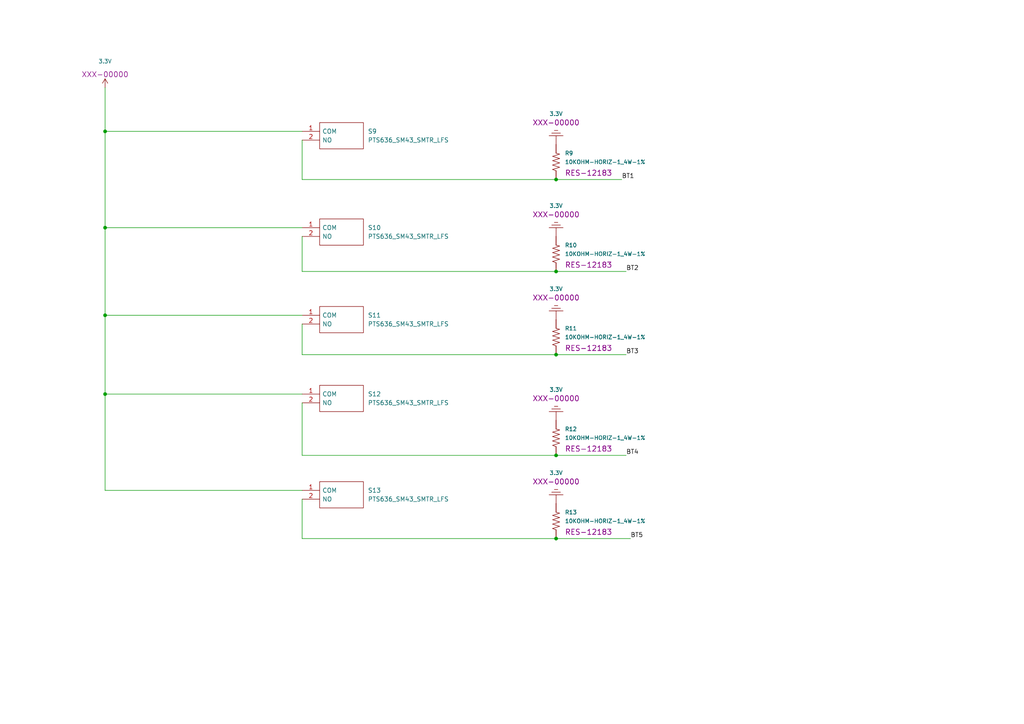
<source format=kicad_sch>
(kicad_sch (version 20211123) (generator eeschema)

  (uuid fc8b27df-f21e-4793-a36b-35ecefe9ec3f)

  (paper "A4")

  (lib_symbols
    (symbol "PTS636_SM43_SMTR_LFS:PTS636_SM43_SMTR_LFS" (pin_names (offset 0.762)) (in_bom yes) (on_board yes)
      (property "Reference" "S" (id 0) (at 19.05 7.62 0)
        (effects (font (size 1.27 1.27)) (justify left))
      )
      (property "Value" "PTS636_SM43_SMTR_LFS" (id 1) (at 19.05 5.08 0)
        (effects (font (size 1.27 1.27)) (justify left))
      )
      (property "Footprint" "PTS636SM43SMTRLFS" (id 2) (at 19.05 2.54 0)
        (effects (font (size 1.27 1.27)) (justify left) hide)
      )
      (property "Datasheet" "https://componentsearchengine.com/Datasheets/1/PTS636 SM43 SMTR LFS.pdf" (id 3) (at 19.05 0 0)
        (effects (font (size 1.27 1.27)) (justify left) hide)
      )
      (property "Description" "Tactile Switches Tact 50mA 12VDC, 6.0x3.5, 4.3mm H, 180gf, G leads, No ground pin, Black Actuator" (id 4) (at 19.05 -2.54 0)
        (effects (font (size 1.27 1.27)) (justify left) hide)
      )
      (property "Height" "4.5" (id 5) (at 19.05 -5.08 0)
        (effects (font (size 1.27 1.27)) (justify left) hide)
      )
      (property "Mouser Part Number" "611-PTS636SM43SMTRLF" (id 6) (at 19.05 -7.62 0)
        (effects (font (size 1.27 1.27)) (justify left) hide)
      )
      (property "Mouser Price/Stock" "https://www.mouser.co.uk/ProductDetail/CK/PTS636-SM43-SMTR-LFS?qs=vLWxofP3U2xu5raMGkTmHg%3D%3D" (id 7) (at 19.05 -10.16 0)
        (effects (font (size 1.27 1.27)) (justify left) hide)
      )
      (property "Manufacturer_Name" "C & K COMPONENTS" (id 8) (at 19.05 -12.7 0)
        (effects (font (size 1.27 1.27)) (justify left) hide)
      )
      (property "Manufacturer_Part_Number" "PTS636 SM43 SMTR LFS" (id 9) (at 19.05 -15.24 0)
        (effects (font (size 1.27 1.27)) (justify left) hide)
      )
      (property "ki_description" "Tactile Switches Tact 50mA 12VDC, 6.0x3.5, 4.3mm H, 180gf, G leads, No ground pin, Black Actuator" (id 10) (at 0 0 0)
        (effects (font (size 1.27 1.27)) hide)
      )
      (symbol "PTS636_SM43_SMTR_LFS_0_0"
        (pin passive line (at 0 0 0) (length 5.08)
          (name "COM" (effects (font (size 1.27 1.27))))
          (number "1" (effects (font (size 1.27 1.27))))
        )
        (pin passive line (at 0 -2.54 0) (length 5.08)
          (name "NO" (effects (font (size 1.27 1.27))))
          (number "2" (effects (font (size 1.27 1.27))))
        )
      )
      (symbol "PTS636_SM43_SMTR_LFS_0_1"
        (polyline
          (pts
            (xy 5.08 2.54)
            (xy 17.78 2.54)
            (xy 17.78 -5.08)
            (xy 5.08 -5.08)
            (xy 5.08 2.54)
          )
          (stroke (width 0.1524) (type default) (color 0 0 0 0))
          (fill (type none))
        )
      )
    )
    (symbol "SparkFun-PowerSymbols:3.3V" (power) (pin_numbers hide) (pin_names (offset 1.016) hide) (in_bom yes) (on_board yes)
      (property "Reference" "#SUPPLY" (id 0) (at 1.27 0 0)
        (effects (font (size 1.143 1.143)) (justify left bottom) hide)
      )
      (property "Value" "3.3V" (id 1) (at -1.27 3.81 0)
        (effects (font (size 1.143 1.143)) (justify left bottom))
      )
      (property "Footprint" "XXX-00000" (id 2) (at 0 7.62 0)
        (effects (font (size 1.524 1.524)))
      )
      (property "Datasheet" "" (id 3) (at 0 0 0)
        (effects (font (size 1.524 1.524)) hide)
      )
      (property "ki_locked" "" (id 4) (at 0 0 0)
        (effects (font (size 1.27 1.27)))
      )
      (property "ki_keywords" "PROD_ID:XXX-00000" (id 5) (at 0 0 0)
        (effects (font (size 1.27 1.27)) hide)
      )
      (property "ki_description" "3.3V Supply Symbol Power supply symbol for a specifically-stated 3.3V source." (id 6) (at 0 0 0)
        (effects (font (size 1.27 1.27)) hide)
      )
      (symbol "3.3V_1_0"
        (polyline
          (pts
            (xy 0 0)
            (xy 0 2.54)
          )
          (stroke (width 0) (type default) (color 0 0 0 0))
          (fill (type none))
        )
        (polyline
          (pts
            (xy 0 2.54)
            (xy -0.762 1.27)
          )
          (stroke (width 0) (type default) (color 0 0 0 0))
          (fill (type none))
        )
        (polyline
          (pts
            (xy 0.762 1.27)
            (xy 0 2.54)
          )
          (stroke (width 0) (type default) (color 0 0 0 0))
          (fill (type none))
        )
      )
      (symbol "3.3V_1_1"
        (pin power_in line (at 0 0 90) (length 0) hide
          (name "3.3V" (effects (font (size 1.016 1.016))))
          (number "~" (effects (font (size 1.016 1.016))))
        )
      )
    )
    (symbol "SparkFun-PowerSymbols:GND2" (power) (pin_numbers hide) (pin_names (offset 1.016) hide) (in_bom yes) (on_board yes)
      (property "Reference" "#GND" (id 0) (at 1.27 -1.27 0)
        (effects (font (size 1.143 1.143)) (justify left bottom) hide)
      )
      (property "Value" "GND2" (id 1) (at -2.286 -6.35 0)
        (effects (font (size 1.143 1.143)) (justify left bottom))
      )
      (property "Footprint" "XXX-00000" (id 2) (at 0 2.54 0)
        (effects (font (size 1.524 1.524)))
      )
      (property "Datasheet" "" (id 3) (at 0 -2.54 0)
        (effects (font (size 1.524 1.524)) hide)
      )
      (property "ki_locked" "" (id 4) (at 0 0 0)
        (effects (font (size 1.27 1.27)))
      )
      (property "ki_keywords" "PROD_ID:XXX-00000" (id 5) (at 0 0 0)
        (effects (font (size 1.27 1.27)) hide)
      )
      (property "ki_description" "Ground Supply (Earth Ground style) Ground supply with a traditional \"earth ground\" symbol." (id 6) (at 0 0 0)
        (effects (font (size 1.27 1.27)) hide)
      )
      (symbol "GND2_1_0"
        (polyline
          (pts
            (xy -2.032 -2.54)
            (xy 2.032 -2.54)
          )
          (stroke (width 0) (type default) (color 0 0 0 0))
          (fill (type none))
        )
        (polyline
          (pts
            (xy -1.27 -3.302)
            (xy 1.27 -3.302)
          )
          (stroke (width 0) (type default) (color 0 0 0 0))
          (fill (type none))
        )
        (polyline
          (pts
            (xy -0.508 -4.064)
            (xy 0.508 -4.064)
          )
          (stroke (width 0) (type default) (color 0 0 0 0))
          (fill (type none))
        )
        (polyline
          (pts
            (xy 0 0)
            (xy 0 -2.54)
          )
          (stroke (width 0) (type default) (color 0 0 0 0))
          (fill (type none))
        )
      )
      (symbol "GND2_1_1"
        (pin power_in line (at 0 0 270) (length 0) hide
          (name "3.3V" (effects (font (size 1.016 1.016))))
          (number "~" (effects (font (size 1.016 1.016))))
        )
      )
    )
    (symbol "SparkFun-Resistors:10KOHM-HORIZ-1_4W-1%" (pin_numbers hide) (pin_names (offset 1.016) hide) (in_bom yes) (on_board yes)
      (property "Reference" "R" (id 0) (at -5.08 1.27 0)
        (effects (font (size 1.143 1.143)) (justify left bottom))
      )
      (property "Value" "10KOHM-HORIZ-1_4W-1%" (id 1) (at -5.08 -3.81 0)
        (effects (font (size 1.143 1.143)) (justify left bottom))
      )
      (property "Footprint" "AXIAL-0.3" (id 2) (at 0 3.81 0)
        (effects (font (size 0.508 0.508)) hide)
      )
      (property "Datasheet" "" (id 3) (at 0 0 0)
        (effects (font (size 1.524 1.524)) hide)
      )
      (property "Field4" "RES-12183" (id 4) (at 0 5.08 0)
        (effects (font (size 1.524 1.524)))
      )
      (property "ki_locked" "" (id 5) (at 0 0 0)
        (effects (font (size 1.27 1.27)))
      )
      (property "ki_keywords" "PROD_ID:RES-12183" (id 6) (at 0 0 0)
        (effects (font (size 1.27 1.27)) hide)
      )
      (property "ki_description" "10k  resistor A resistor is a passive two-terminal electrical component that implements electrical resistance as a circuit element. Resistors act to reduce current flow, and, at the same time, act to lower voltage levels within circuits. - Wikipedia" (id 7) (at 0 0 0)
        (effects (font (size 1.27 1.27)) hide)
      )
      (property "ki_fp_filters" "*AXIAL-0.3* *AXIAL-0.3* *AXIAL-0.3* *AXIAL-0.3-KIT* *AXIAL-0.3-KIT* *AXIAL-0.3-KIT* *AXIAL-0.1* *AXIAL-0.1* *AXIAL-0.1* *AXIAL-0.1-KIT* *AXIAL-0.1-KIT* *AXIAL-0.1-KIT*" (id 8) (at 0 0 0)
        (effects (font (size 1.27 1.27)) hide)
      )
      (symbol "10KOHM-HORIZ-1_4W-1%_1_0"
        (polyline
          (pts
            (xy -2.54 0)
            (xy -2.159 1.016)
          )
          (stroke (width 0) (type default) (color 0 0 0 0))
          (fill (type none))
        )
        (polyline
          (pts
            (xy -2.159 1.016)
            (xy -1.524 -1.016)
          )
          (stroke (width 0) (type default) (color 0 0 0 0))
          (fill (type none))
        )
        (polyline
          (pts
            (xy -1.524 -1.016)
            (xy -0.889 1.016)
          )
          (stroke (width 0) (type default) (color 0 0 0 0))
          (fill (type none))
        )
        (polyline
          (pts
            (xy -0.889 1.016)
            (xy -0.254 -1.016)
          )
          (stroke (width 0) (type default) (color 0 0 0 0))
          (fill (type none))
        )
        (polyline
          (pts
            (xy -0.254 -1.016)
            (xy 0.381 1.016)
          )
          (stroke (width 0) (type default) (color 0 0 0 0))
          (fill (type none))
        )
        (polyline
          (pts
            (xy 0.381 1.016)
            (xy 1.016 -1.016)
          )
          (stroke (width 0) (type default) (color 0 0 0 0))
          (fill (type none))
        )
        (polyline
          (pts
            (xy 1.016 -1.016)
            (xy 1.651 1.016)
          )
          (stroke (width 0) (type default) (color 0 0 0 0))
          (fill (type none))
        )
        (polyline
          (pts
            (xy 1.651 1.016)
            (xy 2.286 -1.016)
          )
          (stroke (width 0) (type default) (color 0 0 0 0))
          (fill (type none))
        )
        (polyline
          (pts
            (xy 2.286 -1.016)
            (xy 2.54 0)
          )
          (stroke (width 0) (type default) (color 0 0 0 0))
          (fill (type none))
        )
      )
      (symbol "10KOHM-HORIZ-1_4W-1%_1_1"
        (pin passive line (at -5.08 0 0) (length 2.54)
          (name "1" (effects (font (size 1.016 1.016))))
          (number "P$1" (effects (font (size 1.016 1.016))))
        )
        (pin passive line (at 5.08 0 180) (length 2.54)
          (name "2" (effects (font (size 1.016 1.016))))
          (number "P$2" (effects (font (size 1.016 1.016))))
        )
      )
    )
  )

  (junction (at 161.29 78.74) (diameter 0) (color 0 0 0 0)
    (uuid 611b8faf-43cc-4237-8851-9ed38d321e6e)
  )
  (junction (at 161.29 102.87) (diameter 0) (color 0 0 0 0)
    (uuid 752e9b0c-a189-4d1c-b925-2ecb813c9a74)
  )
  (junction (at 30.48 38.1) (diameter 0) (color 0 0 0 0)
    (uuid 84e89e07-4d48-40d7-912c-e463f6308bc0)
  )
  (junction (at 161.29 132.08) (diameter 0) (color 0 0 0 0)
    (uuid 86d4843b-dec1-4f28-b1fa-636342399792)
  )
  (junction (at 30.48 66.04) (diameter 0) (color 0 0 0 0)
    (uuid 9c1b9ad2-f187-44c0-b261-669aace6ee47)
  )
  (junction (at 30.48 114.3) (diameter 0) (color 0 0 0 0)
    (uuid a5782321-f0aa-4d5d-bab1-2eefcab5545e)
  )
  (junction (at 161.29 52.07) (diameter 0) (color 0 0 0 0)
    (uuid a5fed922-4a0c-4dd5-b6c8-def75210ffb9)
  )
  (junction (at 30.48 91.44) (diameter 0) (color 0 0 0 0)
    (uuid be1949f9-042e-4abc-9c6b-f9c6d11a0fb8)
  )
  (junction (at 161.29 156.21) (diameter 0) (color 0 0 0 0)
    (uuid ed206134-fc8f-4122-8a0a-683e86f1307a)
  )

  (wire (pts (xy 161.29 78.74) (xy 181.61 78.74))
    (stroke (width 0) (type default) (color 0 0 0 0))
    (uuid 04b286f6-ca1d-4c98-b87b-bce05a9b5fe9)
  )
  (wire (pts (xy 87.63 66.04) (xy 30.48 66.04))
    (stroke (width 0) (type default) (color 0 0 0 0))
    (uuid 122264e2-d656-45ca-b2ee-1fe57cef5954)
  )
  (wire (pts (xy 87.63 132.08) (xy 161.29 132.08))
    (stroke (width 0) (type default) (color 0 0 0 0))
    (uuid 15b5e870-ca35-486d-8a44-a52398d0711f)
  )
  (wire (pts (xy 161.29 156.21) (xy 182.88 156.21))
    (stroke (width 0) (type default) (color 0 0 0 0))
    (uuid 1e93299c-600f-4bb7-9599-6fb1a0832bc9)
  )
  (wire (pts (xy 87.63 40.64) (xy 87.63 52.07))
    (stroke (width 0) (type default) (color 0 0 0 0))
    (uuid 22474b78-a965-4393-9868-1e0a94fe4732)
  )
  (wire (pts (xy 161.29 52.07) (xy 180.34 52.07))
    (stroke (width 0) (type default) (color 0 0 0 0))
    (uuid 3660b00e-d663-4be7-95f2-e36109c8babe)
  )
  (wire (pts (xy 87.63 114.3) (xy 30.48 114.3))
    (stroke (width 0) (type default) (color 0 0 0 0))
    (uuid 3bf50600-b65e-4921-a093-92263f34d3e8)
  )
  (wire (pts (xy 87.63 116.84) (xy 87.63 132.08))
    (stroke (width 0) (type default) (color 0 0 0 0))
    (uuid 4616cb83-541a-45bf-a862-1c9d3911e6f3)
  )
  (wire (pts (xy 30.48 66.04) (xy 30.48 91.44))
    (stroke (width 0) (type default) (color 0 0 0 0))
    (uuid 69839b91-c390-4541-afa9-175fb2bc2bf0)
  )
  (wire (pts (xy 87.63 91.44) (xy 30.48 91.44))
    (stroke (width 0) (type default) (color 0 0 0 0))
    (uuid 6e94db64-eb17-493d-be8b-c0423270a1b0)
  )
  (wire (pts (xy 87.63 52.07) (xy 161.29 52.07))
    (stroke (width 0) (type default) (color 0 0 0 0))
    (uuid 7291f4d0-cdf9-4805-815c-337d3caea517)
  )
  (wire (pts (xy 87.63 156.21) (xy 161.29 156.21))
    (stroke (width 0) (type default) (color 0 0 0 0))
    (uuid 755249b1-3d0c-46bc-a8f1-fcf8d7b4b938)
  )
  (wire (pts (xy 87.63 78.74) (xy 161.29 78.74))
    (stroke (width 0) (type default) (color 0 0 0 0))
    (uuid 757c6828-b423-4ed6-9208-9b34a847f34e)
  )
  (wire (pts (xy 30.48 38.1) (xy 87.63 38.1))
    (stroke (width 0) (type default) (color 0 0 0 0))
    (uuid 77b71c69-ea4b-47e4-af20-6c5a0e1a7b26)
  )
  (wire (pts (xy 30.48 142.24) (xy 30.48 114.3))
    (stroke (width 0) (type default) (color 0 0 0 0))
    (uuid 7c0e6d03-e567-4a03-b99d-c959621453b8)
  )
  (wire (pts (xy 87.63 142.24) (xy 30.48 142.24))
    (stroke (width 0) (type default) (color 0 0 0 0))
    (uuid 7da1c606-f195-4aec-b7b4-296c0b318dd3)
  )
  (wire (pts (xy 87.63 102.87) (xy 161.29 102.87))
    (stroke (width 0) (type default) (color 0 0 0 0))
    (uuid 82ccfbe5-4c17-4948-a06b-e4f3b7076035)
  )
  (wire (pts (xy 87.63 93.98) (xy 87.63 102.87))
    (stroke (width 0) (type default) (color 0 0 0 0))
    (uuid 85df2beb-6975-4c2c-a987-8bf9837999fa)
  )
  (wire (pts (xy 87.63 68.58) (xy 87.63 78.74))
    (stroke (width 0) (type default) (color 0 0 0 0))
    (uuid 8d3938ce-3e6b-448d-a1d9-b89612b790c8)
  )
  (wire (pts (xy 161.29 102.87) (xy 181.61 102.87))
    (stroke (width 0) (type default) (color 0 0 0 0))
    (uuid a78d3571-775f-478e-a142-58764f934b37)
  )
  (wire (pts (xy 30.48 25.4) (xy 30.48 38.1))
    (stroke (width 0) (type default) (color 0 0 0 0))
    (uuid bdc2bc31-7742-4681-aa4a-92dd1afe7736)
  )
  (wire (pts (xy 30.48 114.3) (xy 30.48 91.44))
    (stroke (width 0) (type default) (color 0 0 0 0))
    (uuid c508af40-e603-44db-b1b5-eb5c552f0472)
  )
  (wire (pts (xy 30.48 38.1) (xy 30.48 66.04))
    (stroke (width 0) (type default) (color 0 0 0 0))
    (uuid c8b91c08-2ebe-4554-9e74-dd11bafc6df2)
  )
  (wire (pts (xy 161.29 132.08) (xy 181.61 132.08))
    (stroke (width 0) (type default) (color 0 0 0 0))
    (uuid e2e9f1e7-f164-4699-a6e8-4cfce565e0ec)
  )
  (wire (pts (xy 87.63 144.78) (xy 87.63 156.21))
    (stroke (width 0) (type default) (color 0 0 0 0))
    (uuid f7a50387-12aa-49ba-bab9-e6e6d04f169b)
  )

  (label "BT1" (at 180.34 52.07 0)
    (effects (font (size 1.27 1.27)) (justify left bottom))
    (uuid 1d26146f-1cf7-46ed-a5c3-5d97cf3a775c)
  )
  (label "BT3" (at 181.61 102.87 0)
    (effects (font (size 1.27 1.27)) (justify left bottom))
    (uuid 3547970a-e89b-45f4-87eb-da7c51f3eff0)
  )
  (label "BT5" (at 182.88 156.21 0)
    (effects (font (size 1.27 1.27)) (justify left bottom))
    (uuid 6d0b9b4d-b26d-48ea-8da1-3b71c288ed7d)
  )
  (label "BT2" (at 181.61 78.74 0)
    (effects (font (size 1.27 1.27)) (justify left bottom))
    (uuid 9c29bc92-4f62-4b49-938e-07b944554e70)
  )
  (label "BT4" (at 181.61 132.08 0)
    (effects (font (size 1.27 1.27)) (justify left bottom))
    (uuid d15930eb-4484-4aeb-8012-9efb4b57f27d)
  )

  (symbol (lib_id "SparkFun-PowerSymbols:GND2") (at 161.29 41.91 180) (unit 1)
    (in_bom yes) (on_board yes) (fields_autoplaced)
    (uuid 1a080ef7-8395-491f-8d9d-52688f8d0c36)
    (property "Reference" "#GND?" (id 0) (at 160.02 40.64 0)
      (effects (font (size 1.143 1.143)) (justify left bottom) hide)
    )
    (property "Value" "GND2" (id 1) (at 161.29 33.02 0)
      (effects (font (size 1.143 1.143)))
    )
    (property "Footprint" "XXX-00000" (id 2) (at 161.29 35.56 0)
      (effects (font (size 1.524 1.524)))
    )
    (property "Datasheet" "" (id 3) (at 161.29 39.37 0)
      (effects (font (size 1.524 1.524)) hide)
    )
    (pin "~" (uuid 25220472-d3a8-4259-bec2-6b223dc7dda6))
  )

  (symbol (lib_id "PTS636_SM43_SMTR_LFS:PTS636_SM43_SMTR_LFS") (at 87.63 91.44 0) (unit 1)
    (in_bom yes) (on_board yes) (fields_autoplaced)
    (uuid 1bf986ee-c378-44a4-a0bf-c7b57bdbd660)
    (property "Reference" "S11" (id 0) (at 106.68 91.4399 0)
      (effects (font (size 1.27 1.27)) (justify left))
    )
    (property "Value" "PTS636_SM43_SMTR_LFS" (id 1) (at 106.68 93.9799 0)
      (effects (font (size 1.27 1.27)) (justify left))
    )
    (property "Footprint" "PTS636SM43SMTRLFS" (id 2) (at 106.68 88.9 0)
      (effects (font (size 1.27 1.27)) (justify left) hide)
    )
    (property "Datasheet" "https://componentsearchengine.com/Datasheets/1/PTS636 SM43 SMTR LFS.pdf" (id 3) (at 106.68 91.44 0)
      (effects (font (size 1.27 1.27)) (justify left) hide)
    )
    (property "Description" "Tactile Switches Tact 50mA 12VDC, 6.0x3.5, 4.3mm H, 180gf, G leads, No ground pin, Black Actuator" (id 4) (at 106.68 93.98 0)
      (effects (font (size 1.27 1.27)) (justify left) hide)
    )
    (property "Height" "4.5" (id 5) (at 106.68 96.52 0)
      (effects (font (size 1.27 1.27)) (justify left) hide)
    )
    (property "Mouser Part Number" "611-PTS636SM43SMTRLF" (id 6) (at 106.68 99.06 0)
      (effects (font (size 1.27 1.27)) (justify left) hide)
    )
    (property "Mouser Price/Stock" "https://www.mouser.co.uk/ProductDetail/CK/PTS636-SM43-SMTR-LFS?qs=vLWxofP3U2xu5raMGkTmHg%3D%3D" (id 7) (at 106.68 101.6 0)
      (effects (font (size 1.27 1.27)) (justify left) hide)
    )
    (property "Manufacturer_Name" "C & K COMPONENTS" (id 8) (at 106.68 104.14 0)
      (effects (font (size 1.27 1.27)) (justify left) hide)
    )
    (property "Manufacturer_Part_Number" "PTS636 SM43 SMTR LFS" (id 9) (at 106.68 106.68 0)
      (effects (font (size 1.27 1.27)) (justify left) hide)
    )
    (pin "1" (uuid a8cf59ec-f0f1-4b84-a2f2-ac43bfdd64b9))
    (pin "2" (uuid a682e374-e639-4b3b-9561-f2b3f0970602))
  )

  (symbol (lib_id "SparkFun-Resistors:10KOHM-HORIZ-1_4W-1%") (at 161.29 46.99 90) (unit 1)
    (in_bom yes) (on_board yes) (fields_autoplaced)
    (uuid 29a2a414-0db0-4c04-be96-c3f9ca2c2009)
    (property "Reference" "R9" (id 0) (at 163.83 44.45 90)
      (effects (font (size 1.143 1.143)) (justify right))
    )
    (property "Value" "10KOHM-HORIZ-1_4W-1%" (id 1) (at 163.83 46.99 90)
      (effects (font (size 1.143 1.143)) (justify right))
    )
    (property "Footprint" "AXIAL-0.3" (id 2) (at 157.48 46.99 0)
      (effects (font (size 0.508 0.508)) hide)
    )
    (property "Datasheet" "" (id 3) (at 161.29 46.99 0)
      (effects (font (size 1.524 1.524)) hide)
    )
    (property "Field4" "RES-12183" (id 4) (at 163.83 50.165 90)
      (effects (font (size 1.524 1.524)) (justify right))
    )
    (pin "P$1" (uuid a36e30a1-88ec-42eb-b8c2-40ab42cb301f))
    (pin "P$2" (uuid 2c4d2302-f450-4ffd-858f-fd16e1378ba2))
  )

  (symbol (lib_id "SparkFun-PowerSymbols:GND2") (at 161.29 92.71 180) (unit 1)
    (in_bom yes) (on_board yes) (fields_autoplaced)
    (uuid 4750d350-a75f-42b0-8bf8-251c647be5ea)
    (property "Reference" "#GND?" (id 0) (at 160.02 91.44 0)
      (effects (font (size 1.143 1.143)) (justify left bottom) hide)
    )
    (property "Value" "GND2" (id 1) (at 161.29 83.82 0)
      (effects (font (size 1.143 1.143)))
    )
    (property "Footprint" "XXX-00000" (id 2) (at 161.29 86.36 0)
      (effects (font (size 1.524 1.524)))
    )
    (property "Datasheet" "" (id 3) (at 161.29 90.17 0)
      (effects (font (size 1.524 1.524)) hide)
    )
    (pin "~" (uuid 69f03df7-e05b-44ab-abfe-d7be77014357))
  )

  (symbol (lib_id "PTS636_SM43_SMTR_LFS:PTS636_SM43_SMTR_LFS") (at 87.63 38.1 0) (unit 1)
    (in_bom yes) (on_board yes) (fields_autoplaced)
    (uuid 4d58363a-f969-4cc1-9e0c-022b5ebffb39)
    (property "Reference" "S9" (id 0) (at 106.68 38.0999 0)
      (effects (font (size 1.27 1.27)) (justify left))
    )
    (property "Value" "PTS636_SM43_SMTR_LFS" (id 1) (at 106.68 40.6399 0)
      (effects (font (size 1.27 1.27)) (justify left))
    )
    (property "Footprint" "PTS636SM43SMTRLFS" (id 2) (at 106.68 35.56 0)
      (effects (font (size 1.27 1.27)) (justify left) hide)
    )
    (property "Datasheet" "https://componentsearchengine.com/Datasheets/1/PTS636 SM43 SMTR LFS.pdf" (id 3) (at 106.68 38.1 0)
      (effects (font (size 1.27 1.27)) (justify left) hide)
    )
    (property "Description" "Tactile Switches Tact 50mA 12VDC, 6.0x3.5, 4.3mm H, 180gf, G leads, No ground pin, Black Actuator" (id 4) (at 106.68 40.64 0)
      (effects (font (size 1.27 1.27)) (justify left) hide)
    )
    (property "Height" "4.5" (id 5) (at 106.68 43.18 0)
      (effects (font (size 1.27 1.27)) (justify left) hide)
    )
    (property "Mouser Part Number" "611-PTS636SM43SMTRLF" (id 6) (at 106.68 45.72 0)
      (effects (font (size 1.27 1.27)) (justify left) hide)
    )
    (property "Mouser Price/Stock" "https://www.mouser.co.uk/ProductDetail/CK/PTS636-SM43-SMTR-LFS?qs=vLWxofP3U2xu5raMGkTmHg%3D%3D" (id 7) (at 106.68 48.26 0)
      (effects (font (size 1.27 1.27)) (justify left) hide)
    )
    (property "Manufacturer_Name" "C & K COMPONENTS" (id 8) (at 106.68 50.8 0)
      (effects (font (size 1.27 1.27)) (justify left) hide)
    )
    (property "Manufacturer_Part_Number" "PTS636 SM43 SMTR LFS" (id 9) (at 106.68 53.34 0)
      (effects (font (size 1.27 1.27)) (justify left) hide)
    )
    (pin "1" (uuid eec329a6-317b-4ff3-953b-f3dbb415bb4d))
    (pin "2" (uuid 39ee1897-e695-496b-8909-e53cfa724f31))
  )

  (symbol (lib_id "SparkFun-PowerSymbols:GND2") (at 161.29 68.58 180) (unit 1)
    (in_bom yes) (on_board yes) (fields_autoplaced)
    (uuid 59184059-6a6c-422a-89d5-36278e2bb7a8)
    (property "Reference" "#GND?" (id 0) (at 160.02 67.31 0)
      (effects (font (size 1.143 1.143)) (justify left bottom) hide)
    )
    (property "Value" "GND2" (id 1) (at 161.29 59.69 0)
      (effects (font (size 1.143 1.143)))
    )
    (property "Footprint" "XXX-00000" (id 2) (at 161.29 62.23 0)
      (effects (font (size 1.524 1.524)))
    )
    (property "Datasheet" "" (id 3) (at 161.29 66.04 0)
      (effects (font (size 1.524 1.524)) hide)
    )
    (pin "~" (uuid d28d732b-945a-42ee-a772-8c24cc8c0b05))
  )

  (symbol (lib_id "PTS636_SM43_SMTR_LFS:PTS636_SM43_SMTR_LFS") (at 87.63 114.3 0) (unit 1)
    (in_bom yes) (on_board yes) (fields_autoplaced)
    (uuid 732bdfd8-e916-46e3-a4ce-e57b175c7ed7)
    (property "Reference" "S12" (id 0) (at 106.68 114.2999 0)
      (effects (font (size 1.27 1.27)) (justify left))
    )
    (property "Value" "PTS636_SM43_SMTR_LFS" (id 1) (at 106.68 116.8399 0)
      (effects (font (size 1.27 1.27)) (justify left))
    )
    (property "Footprint" "PTS636SM43SMTRLFS" (id 2) (at 106.68 111.76 0)
      (effects (font (size 1.27 1.27)) (justify left) hide)
    )
    (property "Datasheet" "https://componentsearchengine.com/Datasheets/1/PTS636 SM43 SMTR LFS.pdf" (id 3) (at 106.68 114.3 0)
      (effects (font (size 1.27 1.27)) (justify left) hide)
    )
    (property "Description" "Tactile Switches Tact 50mA 12VDC, 6.0x3.5, 4.3mm H, 180gf, G leads, No ground pin, Black Actuator" (id 4) (at 106.68 116.84 0)
      (effects (font (size 1.27 1.27)) (justify left) hide)
    )
    (property "Height" "4.5" (id 5) (at 106.68 119.38 0)
      (effects (font (size 1.27 1.27)) (justify left) hide)
    )
    (property "Mouser Part Number" "611-PTS636SM43SMTRLF" (id 6) (at 106.68 121.92 0)
      (effects (font (size 1.27 1.27)) (justify left) hide)
    )
    (property "Mouser Price/Stock" "https://www.mouser.co.uk/ProductDetail/CK/PTS636-SM43-SMTR-LFS?qs=vLWxofP3U2xu5raMGkTmHg%3D%3D" (id 7) (at 106.68 124.46 0)
      (effects (font (size 1.27 1.27)) (justify left) hide)
    )
    (property "Manufacturer_Name" "C & K COMPONENTS" (id 8) (at 106.68 127 0)
      (effects (font (size 1.27 1.27)) (justify left) hide)
    )
    (property "Manufacturer_Part_Number" "PTS636 SM43 SMTR LFS" (id 9) (at 106.68 129.54 0)
      (effects (font (size 1.27 1.27)) (justify left) hide)
    )
    (pin "1" (uuid 5a6adf1b-87b4-4c24-87c2-88719090ed76))
    (pin "2" (uuid 5817abea-f837-4c2f-8d85-ab786e7b109f))
  )

  (symbol (lib_id "PTS636_SM43_SMTR_LFS:PTS636_SM43_SMTR_LFS") (at 87.63 66.04 0) (unit 1)
    (in_bom yes) (on_board yes) (fields_autoplaced)
    (uuid 840d48e6-f2f0-4eaa-81ae-84b76372b97c)
    (property "Reference" "S10" (id 0) (at 106.68 66.0399 0)
      (effects (font (size 1.27 1.27)) (justify left))
    )
    (property "Value" "PTS636_SM43_SMTR_LFS" (id 1) (at 106.68 68.5799 0)
      (effects (font (size 1.27 1.27)) (justify left))
    )
    (property "Footprint" "PTS636SM43SMTRLFS" (id 2) (at 106.68 63.5 0)
      (effects (font (size 1.27 1.27)) (justify left) hide)
    )
    (property "Datasheet" "https://componentsearchengine.com/Datasheets/1/PTS636 SM43 SMTR LFS.pdf" (id 3) (at 106.68 66.04 0)
      (effects (font (size 1.27 1.27)) (justify left) hide)
    )
    (property "Description" "Tactile Switches Tact 50mA 12VDC, 6.0x3.5, 4.3mm H, 180gf, G leads, No ground pin, Black Actuator" (id 4) (at 106.68 68.58 0)
      (effects (font (size 1.27 1.27)) (justify left) hide)
    )
    (property "Height" "4.5" (id 5) (at 106.68 71.12 0)
      (effects (font (size 1.27 1.27)) (justify left) hide)
    )
    (property "Mouser Part Number" "611-PTS636SM43SMTRLF" (id 6) (at 106.68 73.66 0)
      (effects (font (size 1.27 1.27)) (justify left) hide)
    )
    (property "Mouser Price/Stock" "https://www.mouser.co.uk/ProductDetail/CK/PTS636-SM43-SMTR-LFS?qs=vLWxofP3U2xu5raMGkTmHg%3D%3D" (id 7) (at 106.68 76.2 0)
      (effects (font (size 1.27 1.27)) (justify left) hide)
    )
    (property "Manufacturer_Name" "C & K COMPONENTS" (id 8) (at 106.68 78.74 0)
      (effects (font (size 1.27 1.27)) (justify left) hide)
    )
    (property "Manufacturer_Part_Number" "PTS636 SM43 SMTR LFS" (id 9) (at 106.68 81.28 0)
      (effects (font (size 1.27 1.27)) (justify left) hide)
    )
    (pin "1" (uuid fc7b3164-59ca-4f12-8003-0acb38c75d91))
    (pin "2" (uuid 448c1162-170b-4d57-8f8f-34786fec67e9))
  )

  (symbol (lib_id "SparkFun-PowerSymbols:3.3V") (at 30.48 25.4 0) (unit 1)
    (in_bom yes) (on_board yes) (fields_autoplaced)
    (uuid 8786102d-3f02-4e84-89c9-d180e84e2c74)
    (property "Reference" "#SUPPLY?" (id 0) (at 31.75 25.4 0)
      (effects (font (size 1.143 1.143)) (justify left bottom) hide)
    )
    (property "Value" "3.3V" (id 1) (at 30.48 17.78 0)
      (effects (font (size 1.143 1.143)))
    )
    (property "Footprint" "XXX-00000" (id 2) (at 30.48 21.59 0)
      (effects (font (size 1.524 1.524)))
    )
    (property "Datasheet" "" (id 3) (at 30.48 25.4 0)
      (effects (font (size 1.524 1.524)) hide)
    )
    (pin "~" (uuid 28fc35bc-a1ca-48f3-bec2-ede9fd9f86c4))
  )

  (symbol (lib_id "SparkFun-Resistors:10KOHM-HORIZ-1_4W-1%") (at 161.29 127 90) (unit 1)
    (in_bom yes) (on_board yes) (fields_autoplaced)
    (uuid 9573ec4b-3e1a-4ef5-8519-4743829cb1ab)
    (property "Reference" "R12" (id 0) (at 163.83 124.46 90)
      (effects (font (size 1.143 1.143)) (justify right))
    )
    (property "Value" "10KOHM-HORIZ-1_4W-1%" (id 1) (at 163.83 127 90)
      (effects (font (size 1.143 1.143)) (justify right))
    )
    (property "Footprint" "AXIAL-0.3" (id 2) (at 157.48 127 0)
      (effects (font (size 0.508 0.508)) hide)
    )
    (property "Datasheet" "" (id 3) (at 161.29 127 0)
      (effects (font (size 1.524 1.524)) hide)
    )
    (property "Field4" "RES-12183" (id 4) (at 163.83 130.175 90)
      (effects (font (size 1.524 1.524)) (justify right))
    )
    (pin "P$1" (uuid 11b2a51c-0ffe-4ebb-ad61-dff01d37b1f1))
    (pin "P$2" (uuid 6f9ab237-56cc-43c9-81a0-232604dea8ad))
  )

  (symbol (lib_id "SparkFun-Resistors:10KOHM-HORIZ-1_4W-1%") (at 161.29 73.66 90) (unit 1)
    (in_bom yes) (on_board yes) (fields_autoplaced)
    (uuid 9f027ab7-5ff6-4d47-a5eb-839a0740d17f)
    (property "Reference" "R10" (id 0) (at 163.83 71.12 90)
      (effects (font (size 1.143 1.143)) (justify right))
    )
    (property "Value" "10KOHM-HORIZ-1_4W-1%" (id 1) (at 163.83 73.66 90)
      (effects (font (size 1.143 1.143)) (justify right))
    )
    (property "Footprint" "AXIAL-0.3" (id 2) (at 157.48 73.66 0)
      (effects (font (size 0.508 0.508)) hide)
    )
    (property "Datasheet" "" (id 3) (at 161.29 73.66 0)
      (effects (font (size 1.524 1.524)) hide)
    )
    (property "Field4" "RES-12183" (id 4) (at 163.83 76.835 90)
      (effects (font (size 1.524 1.524)) (justify right))
    )
    (pin "P$1" (uuid d2129820-84c0-420c-8a1e-9e0adca9f85c))
    (pin "P$2" (uuid 9061dec4-52a2-48b8-838c-1c8b4050b851))
  )

  (symbol (lib_id "SparkFun-Resistors:10KOHM-HORIZ-1_4W-1%") (at 161.29 97.79 90) (unit 1)
    (in_bom yes) (on_board yes) (fields_autoplaced)
    (uuid bc032a25-f1c2-424e-b8ca-beca771bd34f)
    (property "Reference" "R11" (id 0) (at 163.83 95.25 90)
      (effects (font (size 1.143 1.143)) (justify right))
    )
    (property "Value" "10KOHM-HORIZ-1_4W-1%" (id 1) (at 163.83 97.79 90)
      (effects (font (size 1.143 1.143)) (justify right))
    )
    (property "Footprint" "AXIAL-0.3" (id 2) (at 157.48 97.79 0)
      (effects (font (size 0.508 0.508)) hide)
    )
    (property "Datasheet" "" (id 3) (at 161.29 97.79 0)
      (effects (font (size 1.524 1.524)) hide)
    )
    (property "Field4" "RES-12183" (id 4) (at 163.83 100.965 90)
      (effects (font (size 1.524 1.524)) (justify right))
    )
    (pin "P$1" (uuid 11194143-73f6-46fa-88e3-a53fe497520b))
    (pin "P$2" (uuid f12251ca-4a85-4ccf-a82d-950908af41eb))
  )

  (symbol (lib_id "SparkFun-Resistors:10KOHM-HORIZ-1_4W-1%") (at 161.29 151.13 90) (unit 1)
    (in_bom yes) (on_board yes) (fields_autoplaced)
    (uuid d7ff86ca-b86a-458b-ba1d-562df1351660)
    (property "Reference" "R13" (id 0) (at 163.83 148.59 90)
      (effects (font (size 1.143 1.143)) (justify right))
    )
    (property "Value" "10KOHM-HORIZ-1_4W-1%" (id 1) (at 163.83 151.13 90)
      (effects (font (size 1.143 1.143)) (justify right))
    )
    (property "Footprint" "AXIAL-0.3" (id 2) (at 157.48 151.13 0)
      (effects (font (size 0.508 0.508)) hide)
    )
    (property "Datasheet" "" (id 3) (at 161.29 151.13 0)
      (effects (font (size 1.524 1.524)) hide)
    )
    (property "Field4" "RES-12183" (id 4) (at 163.83 154.305 90)
      (effects (font (size 1.524 1.524)) (justify right))
    )
    (pin "P$1" (uuid 05c2fd84-cd64-4190-99a4-3d6bb0050cff))
    (pin "P$2" (uuid 79e69a8c-9f23-42e2-88e3-7709ed03893a))
  )

  (symbol (lib_id "SparkFun-PowerSymbols:GND2") (at 161.29 121.92 180) (unit 1)
    (in_bom yes) (on_board yes) (fields_autoplaced)
    (uuid e8463356-90d6-47ab-8193-c617b961ee31)
    (property "Reference" "#GND?" (id 0) (at 160.02 120.65 0)
      (effects (font (size 1.143 1.143)) (justify left bottom) hide)
    )
    (property "Value" "GND2" (id 1) (at 161.29 113.03 0)
      (effects (font (size 1.143 1.143)))
    )
    (property "Footprint" "XXX-00000" (id 2) (at 161.29 115.57 0)
      (effects (font (size 1.524 1.524)))
    )
    (property "Datasheet" "" (id 3) (at 161.29 119.38 0)
      (effects (font (size 1.524 1.524)) hide)
    )
    (pin "~" (uuid 16a698a6-e739-4a54-be32-1a7f82425b31))
  )

  (symbol (lib_id "SparkFun-PowerSymbols:GND2") (at 161.29 146.05 180) (unit 1)
    (in_bom yes) (on_board yes) (fields_autoplaced)
    (uuid f982602a-748f-404c-985c-55b8ec5a8c54)
    (property "Reference" "#GND?" (id 0) (at 160.02 144.78 0)
      (effects (font (size 1.143 1.143)) (justify left bottom) hide)
    )
    (property "Value" "GND2" (id 1) (at 161.29 137.16 0)
      (effects (font (size 1.143 1.143)))
    )
    (property "Footprint" "XXX-00000" (id 2) (at 161.29 139.7 0)
      (effects (font (size 1.524 1.524)))
    )
    (property "Datasheet" "" (id 3) (at 161.29 143.51 0)
      (effects (font (size 1.524 1.524)) hide)
    )
    (pin "~" (uuid 9b5456fc-f846-40a4-a74b-cb97285d7142))
  )

  (symbol (lib_id "PTS636_SM43_SMTR_LFS:PTS636_SM43_SMTR_LFS") (at 87.63 142.24 0) (unit 1)
    (in_bom yes) (on_board yes) (fields_autoplaced)
    (uuid fbcb01c4-bb8a-4551-8d76-1ed443feed60)
    (property "Reference" "S13" (id 0) (at 106.68 142.2399 0)
      (effects (font (size 1.27 1.27)) (justify left))
    )
    (property "Value" "PTS636_SM43_SMTR_LFS" (id 1) (at 106.68 144.7799 0)
      (effects (font (size 1.27 1.27)) (justify left))
    )
    (property "Footprint" "PTS636SM43SMTRLFS" (id 2) (at 106.68 139.7 0)
      (effects (font (size 1.27 1.27)) (justify left) hide)
    )
    (property "Datasheet" "https://componentsearchengine.com/Datasheets/1/PTS636 SM43 SMTR LFS.pdf" (id 3) (at 106.68 142.24 0)
      (effects (font (size 1.27 1.27)) (justify left) hide)
    )
    (property "Description" "Tactile Switches Tact 50mA 12VDC, 6.0x3.5, 4.3mm H, 180gf, G leads, No ground pin, Black Actuator" (id 4) (at 106.68 144.78 0)
      (effects (font (size 1.27 1.27)) (justify left) hide)
    )
    (property "Height" "4.5" (id 5) (at 106.68 147.32 0)
      (effects (font (size 1.27 1.27)) (justify left) hide)
    )
    (property "Mouser Part Number" "611-PTS636SM43SMTRLF" (id 6) (at 106.68 149.86 0)
      (effects (font (size 1.27 1.27)) (justify left) hide)
    )
    (property "Mouser Price/Stock" "https://www.mouser.co.uk/ProductDetail/CK/PTS636-SM43-SMTR-LFS?qs=vLWxofP3U2xu5raMGkTmHg%3D%3D" (id 7) (at 106.68 152.4 0)
      (effects (font (size 1.27 1.27)) (justify left) hide)
    )
    (property "Manufacturer_Name" "C & K COMPONENTS" (id 8) (at 106.68 154.94 0)
      (effects (font (size 1.27 1.27)) (justify left) hide)
    )
    (property "Manufacturer_Part_Number" "PTS636 SM43 SMTR LFS" (id 9) (at 106.68 157.48 0)
      (effects (font (size 1.27 1.27)) (justify left) hide)
    )
    (pin "1" (uuid 6056b1b9-9de7-40d0-b73d-f7256ebe6b7a))
    (pin "2" (uuid 95037f22-7853-4c66-8253-428f22d9e8d8))
  )
)

</source>
